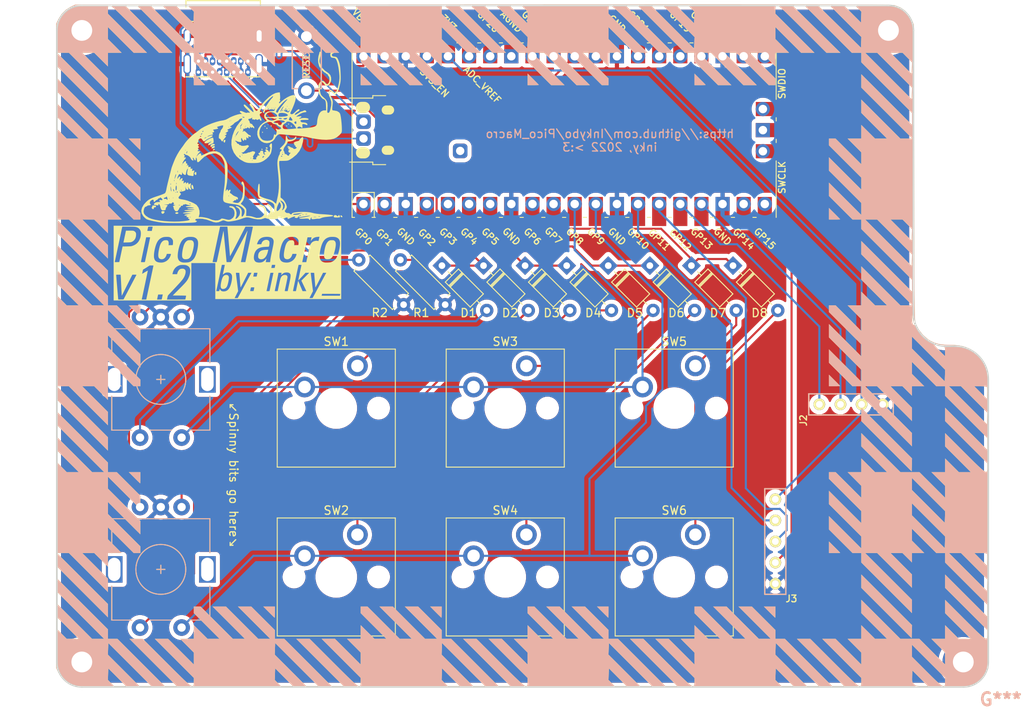
<source format=kicad_pcb>
(kicad_pcb (version 20211014) (generator pcbnew)
  (layers (0 "F.Cu" signal) (31 "B.Cu" signal) (34 "B.Paste" user) (35 "F.Paste" user) (36 "B.SilkS" user "B.Silkscreen") (37 "F.SilkS" user "F.Silkscreen") (38 "B.Mask" user) (39 "F.Mask" user) (44 "Edge.Cuts" user))
  (net 0 "")
  (net 1 "Col_1")
  (net 2 "Net-(D1-Pad2)")
  (net 3 "Net-(D2-Pad2)")
  (net 4 "Col_2")
  (net 5 "Net-(D3-Pad2)")
  (net 6 "Net-(D4-Pad2)")
  (net 7 "Col_3")
  (net 8 "Net-(D5-Pad2)")
  (net 9 "Net-(D6-Pad2)")
  (net 10 "Col_4")
  (net 11 "Net-(D8-Pad2)")
  (net 12 "Net-(D7-Pad2)")
  (net 13 "GND")
  (net 14 "USBVBUS")
  (net 15 "Net-(J1-PadB5)")
  (net 18 "Net-(J1-PadA5)")
  (net 19 "SDA_1")
  (net 20 "SCL_1")
  (net 21 "3.3V")
  (net 22 "ROT_1_2")
  (net 23 "ROT_1_1")
  (net 24 "Row_1")
  (net 25 "ROT_2_2")
  (net 26 "ROT_2_1")
  (net 27 "Row_2")
  (net 28 "SDA_2")
  (net 29 "SCL_2")
  (net 30 "INT (UNUSED)")
  (net 37 "RESET_BTN")
  (net 48 "/D15")
  (net 50 "USB2_P")
  (net 51 "USB2_N")
  (footprint "Resistor_THT:R_Axial_DIN0207_L6.3mm_D2.5mm_P7.62mm_Horizontal" (layer "F.Cu") (at 137.6941 99 135)
    (fp_text reference "R1" (at 1.335126 -2.723553 180) (layer "F.SilkS"))
    (fp_text value "5.1k")
    (pad "1" thru_hole circle (at 0 0 135) (size 1.6 1.6) (drill 0.8) (layers *.Cu *.Mask) (net 13 "GND"))
    (pad "2" thru_hole oval (at 7.62 0 135) (size 1.6 1.6) (drill 0.8) (layers *.Cu *.Mask) (net 18 "Net-(J1-PadA5)"))
  )
  (footprint "silkscreen:Silkscreen_Back" (layer "F.Cu") (at 204.5 146.5)
    (fp_text reference "G***" (at 0 0) (layer "B.SilkS") (effects (font (size 1.524 1.524) (thickness 0.3))))
    (fp_text value "LOGO" hide)
  )
  (footprint "5pin OLED:OLED_4Pin" (layer "F.Cu") (at 182.69 111)
    (fp_text reference "J2" (at -1.915 1.93 90) (layer "F.SilkS") (effects (font (size 0.8128 0.8128))))
    (fp_text value "OLED" hide)
    (pad "1" thru_hole circle locked (at 0 0) (size 1.397 1.397) (drill 0.8128) (layers *.Cu *.Mask "F.SilkS") (net 19 "SDA_1"))
    (pad "2" thru_hole circle locked (at 2.54 0) (size 1.397 1.397) (drill 0.8128) (layers *.Cu *.Mask "F.SilkS") (net 20 "SCL_1"))
    (pad "3" thru_hole circle locked (at 5.08 0) (size 1.397 1.397) (drill 0.8128) (layers *.Cu *.Mask "F.SilkS") (net 21 "3.3V"))
    (pad "4" thru_hole circle locked (at 7.62 0) (size 1.397 1.397) (drill 0.8128) (layers *.Cu *.Mask "F.SilkS") (net 13 "GND"))
  )
  (footprint "MountingHole:MountingHole_2.5mm_Pad" (layer "F.Cu") (at 200 142)
    (fp_text reference "REF3" hide)
    (fp_text value "2.5mm_Pad")
    (pad "3" thru_hole circle (at 0 0) (size 5 5) (drill 2.5) (layers *.Cu *.Mask))
  )
  (footprint "Diode_THT:D_DO-35_SOD27_P7.62mm_Horizontal" (layer "F.Cu") (at 137.3059 94.3059 -45)
    (fp_text reference "D1" (at 6.284873 1.769087 unlocked) (layer "F.SilkS"))
    (fp_text value "1N4148" hide)
    (pad "1" thru_hole rect (at 0 0 315) (size 1.6 1.6) (drill 0.8) (layers *.Cu *.Mask) (net 1 "Col_1"))
    (pad "2" thru_hole oval (at 7.62 0 315) (size 1.6 1.6) (drill 0.8) (layers *.Cu *.Mask) (net 2 "Net-(D1-Pad2)"))
  )
  (footprint "Switch_Keyboard_Cherry_MX:SW_Cherry_MX_PCB_1.00u" (layer "F.Cu") (at 124.6 111.45)
    (fp_text reference "SW1" (at 0 -8) (layer "F.SilkS"))
    (fp_text value "SW_Push")
    (pad "" np_thru_hole circle locked (at 5.08 0) (size 1.75 1.75) (drill 1.75) (layers *.Cu *.Mask))
    (pad "" np_thru_hole circle locked (at 0 0) (size 4 4) (drill 4) (layers *.Cu *.Mask))
    (pad "" np_thru_hole circle locked (at -5.08 0) (size 1.75 1.75) (drill 1.75) (layers *.Cu *.Mask))
    (pad "1" thru_hole circle locked (at -3.81 -2.54) (size 2.5 2.5) (drill 1.5) (layers *.Cu *.Mask) (net 24 "Row_1"))
    (pad "2" thru_hole circle locked (at 2.54 -5.08) (size 2.5 2.5) (drill 1.5) (layers *.Cu *.Mask) (net 5 "Net-(D3-Pad2)"))
  )
  (footprint "Switch_Keyboard_Cherry_MX:SW_Cherry_MX_PCB_1.00u" (layer "F.Cu") (at 144.92 131.77)
    (fp_text reference "SW4" (at 0 -8) (layer "F.SilkS"))
    (fp_text value "SW_Push")
    (pad "" np_thru_hole circle locked (at 0 0) (size 4 4) (drill 4) (layers *.Cu *.Mask))
    (pad "" np_thru_hole circle locked (at 5.08 0) (size 1.75 1.75) (drill 1.75) (layers *.Cu *.Mask))
    (pad "" np_thru_hole circle locked (at -5.08 0) (size 1.75 1.75) (drill 1.75) (layers *.Cu *.Mask))
    (pad "1" thru_hole circle locked (at -3.81 -2.54) (size 2.5 2.5) (drill 1.5) (layers *.Cu *.Mask) (net 27 "Row_2"))
    (pad "2" thru_hole circle locked (at 2.54 -5.08) (size 2.5 2.5) (drill 1.5) (layers *.Cu *.Mask) (net 9 "Net-(D6-Pad2)"))
  )
  (footprint "Diode_THT:D_DO-35_SOD27_P7.62mm_Horizontal" (layer "F.Cu") (at 157.3059 94.3059 -45)
    (fp_text reference "D5" (at 6.284873 1.769087 unlocked) (layer "F.SilkS"))
    (fp_text value "1N4148" hide)
    (pad "1" thru_hole rect (at 0 0 315) (size 1.6 1.6) (drill 0.8) (layers *.Cu *.Mask) (net 7 "Col_3"))
    (pad "2" thru_hole oval (at 7.62 0 315) (size 1.6 1.6) (drill 0.8) (layers *.Cu *.Mask) (net 8 "Net-(D5-Pad2)"))
  )
  (footprint "MountingHole:MountingHole_2.5mm_Pad" (layer "F.Cu") (at 94 66)
    (fp_text reference "REF1" hide)
    (fp_text value "MountingHole_2.5mm_Pad")
    (pad "1" thru_hole circle (at 0 0) (size 5 5) (drill 2.5) (layers *.Cu *.Mask))
  )
  (footprint "Diode_THT:D_DO-35_SOD27_P7.62mm_Horizontal" (layer "F.Cu") (at 147.3059 94.3059 -45)
    (fp_text reference "D3" (at 6.284873 1.769087 unlocked) (layer "F.SilkS"))
    (fp_text value "1N4148" hide)
    (pad "1" thru_hole rect (at 0 0 315) (size 1.6 1.6) (drill 0.8) (layers *.Cu *.Mask) (net 4 "Col_2"))
    (pad "2" thru_hole oval (at 7.62 0 315) (size 1.6 1.6) (drill 0.8) (layers *.Cu *.Mask) (net 5 "Net-(D3-Pad2)"))
  )
  (footprint "Diode_THT:D_DO-35_SOD27_P7.62mm_Horizontal" (layer "F.Cu") (at 152.3059 94.3059 -45)
    (fp_text reference "D4" (at 6.284873 1.769087 unlocked) (layer "F.SilkS"))
    (fp_text value "1N4148" hide)
    (pad "1" thru_hole rect (at 0 0 315) (size 1.6 1.6) (drill 0.8) (layers *.Cu *.Mask) (net 4 "Col_2"))
    (pad "2" thru_hole oval (at 7.62 0 315) (size 1.6 1.6) (drill 0.8) (layers *.Cu *.Mask) (net 6 "Net-(D4-Pad2)"))
  )
  (footprint "Switch_Keyboard_Cherry_MX:SW_Cherry_MX_PCB_1.00u" (layer "F.Cu") (at 124.6 131.77)
    (fp_text reference "SW2" (at 0 -8) (layer "F.SilkS"))
    (fp_text value "SW_Push")
    (pad "" np_thru_hole circle locked (at 5.08 0) (size 1.75 1.75) (drill 1.75) (layers *.Cu *.Mask))
    (pad "" np_thru_hole circle locked (at -5.08 0) (size 1.75 1.75) (drill 1.75) (layers *.Cu *.Mask))
    (pad "" np_thru_hole circle locked (at 0 0) (size 4 4) (drill 4) (layers *.Cu *.Mask))
    (pad "1" thru_hole circle locked (at -3.81 -2.54) (size 2.5 2.5) (drill 1.5) (layers *.Cu *.Mask) (net 27 "Row_2"))
    (pad "2" thru_hole circle locked (at 2.54 -5.08) (size 2.5 2.5) (drill 1.5) (layers *.Cu *.Mask) (net 6 "Net-(D4-Pad2)"))
  )
  (footprint "EM_Extras:RPi_Pico_SMD_TH" (layer "F.Cu") (at 152 78 90)
    (fp_text reference "RPI1" hide)
    (fp_text value "Pico" hide)
    (fp_text user "GP15" (at -13.054 24.13 135) (layer "F.SilkS") (effects (font (size 0.8 0.8))))
    (fp_text user "AGND" (at 13.054 -6.35 135) (layer "F.SilkS") (effects (font (size 0.8 0.8))))
    (fp_text user "GND" (at 12.8 -19.05 135) (layer "F.SilkS") (effects (font (size 0.8 0.8))))
    (fp_text user "RUN" (at 13 1.27 135) (layer "F.SilkS") (effects (font (size 0.8 0.8))))
    (fp_text user "GP6" (at -12.8 -3.81 135) (layer "F.SilkS") (effects (font (size 0.8 0.8))))
    (fp_text user "GP8" (at -12.8 1.27 135) (layer "F.SilkS") (effects (font (size 0.8 0.8))))
    (fp_text user "SWDIO" (at 5.6 26.2 90) (layer "F.SilkS") (effects (font (size 0.8 0.8))))
    (fp_text user "GP28" (at 13.054 -9.144 135) (layer "F.SilkS") (effects (font (size 0.8 0.8))))
    (fp_text user "GND" (at 12.8 6.35 135) (layer "F.SilkS") (effects (font (size 0.8 0.8))))
    (fp_text user "GP27" (at 13.054 -3.8 135) (layer "F.SilkS") (effects (font (size 0.8 0.8))))
    (fp_text user "GP22" (at 13.054 3.81 135) (layer "F.SilkS") (effects (font (size 0.8 0.8))))
    (fp_text user "GP9" (at -12.8 3.81 135) (layer "F.SilkS") (effects (font (size 0.8 0.8))))
    (fp_text user "GP12" (at -13.2 13.97 135) (layer "F.SilkS") (effects (font (size 0.8 0.8))))
    (fp_text user "GP20" (at 13.054 11.43 135) (layer "F.SilkS") (effects (font (size 0.8 0.8))))
    (fp_text user "SWCLK" (at -5.7 26.2 90) (layer "F.SilkS") (effects (font (size 0.8 0.8))))
    (fp_text user "GP3" (at -12.8 -13.97 135) (layer "F.SilkS") (effects (font (size 0.8 0.8))))
    (fp_text user "GP13" (at -13.054 16.51 135) (layer "F.SilkS") (effects (font (size 0.8 0.8))))
    (fp_text user "VSYS" (at 13.2 -21.59 135) (layer "F.SilkS") (effects (font (size 0.8 0.8))))
    (fp_text user "GP17" (at 13.054 21.59 135) (layer "F.SilkS") (effects (font (size 0.8 0.8))))
    (fp_text user "GND" (at -12.8 -19.05 135) (layer "F.SilkS") (effects (font (size 0.8 0.8))))
    (fp_text user "GND" (at -12.8 6.35 135) (layer "F.SilkS") (effects (font (size 0.8 0.8))))
    (fp_text user "GP21" (at 13.054 8.9 135) (layer "F.SilkS") (effects (font (size 0.8 0.8))))
    (fp_text user "GP1" (at -12.9 -21.6 135) (layer "F.SilkS") (effects (font (size 0.8 0.8))))
    (fp_text user "GP26" (at 13.054 -1.27 135) (layer "F.SilkS") (effects (font (size 0.8 0.8))))
    (fp_text user "GP18" (at 13.054 16.51 135) (layer "F.SilkS") (effects (font (size 0.8 0.8))))
    (fp_text user "GND" (at -12.8 -6.35 135) (layer "F.SilkS") (effects (font (size 0.8 0.8))))
    (fp_text user "GP11" (at -13.2 11.43 135) (layer "F.SilkS") (effects (font (size 0.8 0.8))))
    (fp_text user "GP14" (at -13.1 21.59 135) (layer "F.SilkS") (effects (font (size 0.8 0.8))))
    (fp_text user "GP16" (at 13.054 24.13 135) (layer "F.SilkS") (effects (font (size 0.8 0.8))))
    (fp_text user "GND" (at 12.8 19.05 135) (layer "F.SilkS") (effects (font (size 0.8 0.8))))
    (fp_text user "3V3" (at 12.9 -13.9 135) (layer "F.SilkS") (effects (font (size 0.8 0.8))))
    (fp_text user "GP10" (at -13.054 8.89 135) (layer "F.SilkS") (effects (font (size 0.8 0.8))))
    (fp_text user "GP7" (at -12.7 -1.3 135) (layer "F.SilkS") (effects (font (size 0.8 0.8))))
    (fp_text user "GP0" (at -12.8 -24.13 135) (layer "F.SilkS") (effects (font (size 0.8 0.8))))
    (fp_text user "GP5" (at -12.8 -8.89 135) (layer "F.SilkS") (effects (font (size 0.8 0.8))))
    (fp_text user "ADC_VREF" (at 5.45 -9.85 135) (layer "F.SilkS") (effects (font (size 0.8 0.8))))
    (fp_text user "GP19" (at 13.054 13.97 135) (layer "F.SilkS") (effects (font (size 0.8 0.8))))
    (fp_text user "GND" (at -12.8 19.05 135) (layer "F.SilkS") (effects (font (size 0.8 0.8))))
    (fp_text user "GP2" (at -12.9 -16.51 135) (layer "F.SilkS") (effects (font (size 0.8 0.8))))
    (fp_text user "3V3_EN" (at 5.7 -15.6 135) (layer "F.SilkS") (effects (font (size 0.8 0.8))))
    (fp_text user "VBUS" (at 13.3 -24.2 135) (layer "F.SilkS") (effects (font (size 0.8 0.8))))
    (fp_text user "GP4" (at -12.8 -11.43 135) (layer "F.SilkS") (effects (font (size 0.8 0.8))))
    (pad "" smd oval (at 2.42 -21.19) (size 1.5 1.1) (layers "F.SilkS"))
    (pad "" smd oval (at 2.73 -24.19) (size 1.7 1.35) (layers "F.SilkS"))
    (pad "" smd oval (at -2.73 -24.19) (size 1.7 1.35) (layers "F.SilkS"))
    (pad "" smd oval (at -2.42 -21.19) (size 1.5 1.1) (layers "F.SilkS"))
    (pad "1" thru_hole oval (at -8.89 -24.13 90) (size 1.7 1.7) (drill 1.02) (layers *.Cu *.Mask) (net 26 "ROT_2_1"))
    (pad "1" smd rect (at -8.89 -24.13 90) (size 3.5 1.7) (drill (offset -0.9 0)) (layers "F.Cu" "F.Mask") (net 26 "ROT_2_1"))
    (pad "2" smd rect (at -8.89 -21.59 90) (size 3.5 1.7) (drill (offset -0.9 0)) (layers "F.Cu" "F.Mask") (net 23 "ROT_1_1"))
    (pad "2" thru_hole oval (at -8.89 -21.59 90) (size 1.7 1.7) (drill 1.02) (layers *.Cu *.Mask) (net 23 "ROT_1_1"))
    (pad "3" thru_hole rect (at -8.89 -19.05 90) (size 1.7 1.7) (drill 1.02) (layers *.Cu *.Mask) (net 13 "GND"))
    (pad "3" smd rect (at -8.89 -19.05 90) (size 3.5 1.7) (drill (offset -0.9 0)) (layers "F.Cu" "F.Mask") (net 13 "GND"))
    (pad "4" smd rect (at -8.89 -16.51 90) (size 3.5 1.7) (drill (offset -0.9 0)) (layers "F.Cu" "F.Mask") (net 22 "ROT_1_2"))
    (pad "4" thru_hole oval (at -8.89 -16.51 90) (size 1.7 1.7) (drill 1.02) (layers *.Cu *.Mask) (net 22 "ROT_1_2"))
    (pad "5" thru_hole oval (at -8.89 -13.97 90) (size 1.7 1.7) (drill 1.02) (layers *.Cu *.Mask) (net 25 "ROT_2_2"))
    (pad "5" smd rect (at -8.89 -13.97 90) (size 3.5 1.7) (drill (offset -0.9 0)) (layers "F.Cu" "F.Mask") (net 25 "ROT_2_2"))
    (pad "6" smd rect (at -8.89 -11.43 90) (size 3.5 1.7) (drill (offset -0.9 0)) (layers "F.Cu" "F.Mask") (net 1 "Col_1"))
    (pad "6" thru_hole oval (at -8.89 -11.43 90) (size 1.7 1.7) (drill 1.02) (layers *.Cu *.Mask) (net 1 "Col_1"))
    (pad "7" thru_hole oval (at -8.89 -8.89 90) (size 1.7 1.7) (drill 1.02) (layers *.Cu *.Mask) (net 4 "Col_2"))
    (pad "7" smd rect (at -8.89 -8.89 90) (size 3.5 1.7) (drill (offset -0.9 0)) (layers "F.Cu" "F.Mask") (net 4 "Col_2"))
    (pad "8" thru_hole rect (at -8.89 -6.35 90) (size 1.7 1.7) (drill 1.02) (layers *.Cu *.Mask) (net 13 "GND"))
    (pad "8" smd rect (at -8.89 -6.35 90) (size 3.5 1.7) (drill (offset -0.9 0)) (layers "F.Cu" "F.Mask") (net 13 "GND"))
    (pad "9" thru_hole oval (at -8.89 -3.81 90) (size 1.7 1.7) (drill 1.02) (layers *.Cu *.Mask) (net 7 "Col_3"))
    (pad "9" smd rect (at -8.89 -3.81 90) (size 3.5 1.7) (drill (offset -0.9 0)) (layers "F.Cu" "F.Mask") (net 7 "Col_3"))
    (pad "10" smd rect (at -8.89 -1.27 90) (size 3.5 1.7) (drill (offset -0.9 0)) (layers "F.Cu" "F.Mask") (net 10 "Col_4"))
    (pad "10" thru_hole oval (at -8.89 -1.27 90) (size 1.7 1.7) (drill 1.02) (layers *.Cu *.Mask) (net 10 "Col_4"))
    (pad "11" smd rect (at -8.89 1.27 90) (size 3.5 1.7) (drill (offset -0.9 0)) (layers "F.Cu" "F.Mask") (net 24 "Row_1"))
    (pad "11" thru_hole oval (at -8.89 1.27 90) (size 1.7 1.7) (drill 1.02) (layers *.Cu *.Mask) (net 24 "Row_1"))
    (pad "12" smd rect (at -8.89 3.81 90) (size 3.5 1.7) (drill (offset -0.9 0)) (layers "F.Cu" "F.Mask") (net 27 "Row_2"))
    (pad "12" thru_hole oval (at -8.89 3.81 90) (size 1.7 1.7) (drill 1.02) (layers *.Cu *.Mask) (net 27 "Row_2"))
    (pad "13" smd rect (at -8.89 6.35 90) (size 3.5 1.7) (drill (offset -0.9 0)) (layers "F.Cu" "F.Mask") (net 13 "GND"))
    (pad "13" thru_hole rect (at -8.89 6.35 90) (size 1.7 1.7) (drill 1.02) (layers *.Cu *.Mask) (net 13 "GND"))
    (pad "14" smd rect (at -8.89 8.89 90) (size 3.5 1.7) (drill (offset -0.9 0)) (layers "F.Cu" "F.Mask") (net 28 "SDA_2"))
    (pad "14" thru_hole oval (at -8.89 8.89 90) (size 1.7 1.7) (drill 1.02) (layers *.Cu *.Mask) (net 28 "SDA_2"))
    (pad "15" thru_hole oval (at -8.89 11.43 90) (size 1.7 1.7) (drill 1.02) (layers *.Cu *.Mask) (net 29 "SCL_2"))
    (pad "15" smd rect (at -8.89 11.43 90) (size 3.5 1.7) (drill (offset -0.9 0)) (layers "F.Cu" "F.Mask") (net 29 "SCL_2"))
    (pad "16" smd rect (at -8.89 13.97 90) (size 3.5 1.7) (drill (offset -0.9 0)) (layers "F.Cu" "F.Mask") (net 19 "SDA_1"))
    (pad "16" thru_hole oval (at -8.89 13.97 90) (size 1.7 1.7) (drill 1.02) (layers *.Cu *.Mask) (net 19 "SDA_1"))
    (pad "17" smd rect (at -8.89 16.51 90) (size 3.5 1.7) (drill (offset -0.9 0)) (layers "F.Cu" "F.Mask") (net 20 "SCL_1"))
    (pad "17" thru_hole oval (at -8.89 16.51 90) (size 1.7 1.7) (drill 1.02) (layers *.Cu *.Mask) (net 20 "SCL_1"))
    (pad "18" smd rect (at -8.89 19.05 90) (size 3.5 1.7) (drill (offset -0.9 0)) (layers "F.Cu" "F.Mask") (net 13 "GND"))
    (pad "18" thru_hole rect (at -8.89 19.05 90) (size 1.7 1.7) (drill 1.02) (layers *.Cu *.Mask) (net 13 "GND"))
    (pad "19" smd rect (at -8.89 21.59 90) (size 3.5 1.7) (drill (offset -0.9 0)) (layers "F.Cu" "F.Mask") (net 30 "INT (UNUSED)"))
    (pad "19" thru_hole oval (at -8.89 21.59 90) (size 1.7 1.7) (drill 1.02) (layers *.Cu *.Mask) (net 30 "INT (UNUSED)"))
    (pad "20" thru_hole oval (at -8.89 24.13 90) (size 1.7 1.7) (drill 1.02) (layers *.Cu *.Mask) (net 48 "/D15"))
    (pad "20" smd rect (at -8.89 24.13 90) (size 3.5 1.7) (drill (offset -0.9 0)) (layers "F.Cu" "F.Mask") (net 48 "/D15"))
    (pad "21" smd rect (at 8.89 24.13 90) (size 3.5 1.7) (drill (offset 0.9 0)) (layers "F.Cu" "F.Mask"))
    (pad "21" thru_hole oval (at 8.89 24.13 90) (size 1.7 1.7) (drill 1.02) (layers *.Cu *.Mask))
    (pad "22" smd rect (at 8.89 21.59 90) (size 3.5 1.7) (drill (offset 0.9 0)) (layers "F.Cu" "F.Mask"))
    (pad "22" thru_hole oval (at 8.89 21.59 90) (size 1.7 1.7) (drill 1.02) (layers *.Cu *.Mask))
    (pad "23" smd rect (at 8.89 19.05 90) (size 3.5 1.7) (drill (offset 0.9 0)) (layers "F.Cu" "F.Mask") (net 13 "GND"))
    (pad "23" thru_hole rect (at 8.89 19.05 90) (size 1.7 1.7) (drill 1.02) (layers *.Cu *.Mask) (net 13 "GND"))
    (pad "24" thru_hole oval (at 8.89 16.51 90) (size 1.7 1.7) (drill 1.02) (layers *.Cu *.Mask))
    (pad "24" smd rect (at 8.89 16.51 90) (size 3.5 1.7) (drill (offset 0.9 0)) (layers "F.Cu" "F.Mask"))
    (pad "25" smd rect (at 8.89 13.97 90) (size 3.5 1.7) (drill (offset 0.9 0)) (layers "F.Cu" "F.Mask"))
    (pad "25" thru_hole oval (at 8.89 13.97 90) (size 1.7 1.7) (drill 1.02) (layers *.Cu *.Mask))
    (pad "26" smd rect (at 8.89 11.43 90) (size 3.5 1.7) (drill (offset 0.9 0)) (layers "F.Cu" "F.Mask"))
    (pad "26" thru_hole oval (at 8.89 11.43 90) (size 1.7 1.7) (drill 1.02) (layers *.Cu *.Mask))
    (pad "27" smd rect (at 8.89 8.89 90) (size 3.5 1.7) (drill (offset 0.9 0)) (layers "F.Cu" "F.Mask"))
    (pad "27" thru_hole oval (at 8.89 8.89 90) (size 1.7 1.7) (drill 1.02) (layers *.Cu *.Mask))
    (pad "28" thru_hole rect (at 8.89 6.35 90) (size 1.7 1.7) (drill 1.02) (layers *.Cu *.Mask) (net 13 "GND"))
    (pad "28" smd rect (at 8.89 6.35 90) (size 3.5 1.7) (drill (offset 0.9 0)) (layers "F.Cu" "F.Mask") (net 13 "GND"))
    (pad "29" thru_hole oval (at 8.89 3.81 90) (size 1.7 1.7) (drill 1.02) (layers *.Cu *.Mask))
    (pad "29" smd rect (at 8.89 3.81 90) (size 3.5 1.7) (drill (offset 0.9 0)) (layers "F.Cu" "F.Mask"))
    (pad "30" thru_hole oval (at 8.89 1.27 90) (size 1.7 1.7) (drill 1.02) (layers *.Cu *.Mask) (net 37 "RESET_BTN"))
    (pad "30" smd rect (at 8.89 1.27 90) (size 3.5 1.7) (drill (offset 0.9 0)) (layers "F.Cu" "F.Mask") (net 37 "RESET_BTN"))
    (pad "31" thru_hole oval (at 8.89 -1.27 90) (size 1.7 1.7) (drill 1.02) (layers *.Cu *.Mask))
    (pad "31" smd rect (at 8.89 -1.27 90) (size 3.5 1.7) (drill (offset 0.9 0)) (layers "F.Cu" "F.Mask"))
    (pad "32" smd rect (at 8.89 -3.81 90) (size 3.5 1.7) (drill (offset 0.9 0)) (layers "F.Cu" "F.Mask"))
    (pad "32" thru_hole oval (at 8.89 -3.81 90) (size 1.7 1.7) (drill 1.02) (layers *.Cu *.Mask))
    (pad "33" smd rect (at 8.89 -6.35 90) (size 3.5 1.7) (drill (offset 0.9 0)) (layers "F.Cu" "F.Mask"))
    (pad "33" thru_hole rect (at 8.89 -6.35 90) (size 1.7 1.7) (drill 1.02) (layers *.Cu *.Mask))
    (pad "34" smd rect (at 8.89 -8.89 90) (size 3.5 1.7) (drill (offset 0.9 0)) (layers "F.Cu" "F.Mask"))
    (pad "34" thru_hole oval (at 8.89 -8.89 90) (size 1.7 1.7) (drill 1.02) (layers *.Cu *.Mask))
    (pad "35" smd rect (at 8.89 -11.43 90) (size 3.5 1.7) (drill (offset 0.9 0)) (layers "F.Cu" "F.Mask"))
    (pad "35" thru_hole oval (at 8.89 -11.43 90) (size 1.7 1.7) (drill 1.02) (layers *.Cu *.Mask))
    (pad "36" thru_hole oval (at 8.89 -13.97 90) (size 1.7 1.7) (drill 1.02) (layers *.Cu *.Mask) (net 21 "3.3V"))
    (pad "36" smd rect (at 8.89 -13.97 90) (size 3.5 1.7) (drill (offset 0.9 0)) (layers "F.Cu" "F.Mask") (net 21 "3.3V"))
    (pad "37" thru_hole oval (at 8.89 -16.51 90) (size 1.7 1.7) (drill 1.02) (layers *.Cu *.Mask))
    (pad "37" smd rect (at 8.89 -16.51 90) (size 3.5 1.7) (drill (offset 0.9 0)) (layers "F.Cu" "F.Mask"))
    (pad "38" thru_hole rect (at 8.89 -19.05 90) (size 1.7 1.7) (drill 1.02) (layers *.Cu *.Mask) (net 13 "GND"))
    (pad "38" smd rect (at 8.89 -19.05 90) (size 3.5 1.7) (drill (offset 0.9 0)) (layers "F.Cu" "F.Mask") (net 13 "GND"))
    (pad "39" thru_hole oval (at 8.89 -21.59 90) (size 1.7 1.7) (drill 1.02) (layers *.Cu *.Mask))
    (pad "39" smd rect (at 8.89 -21.59 90) (size 3.5 1.7) (drill (offset 0.9 0)) (layers "F.Cu" "F.Mask"))
    (pad "40" smd rect (at 8.89 -24.13 90) (size 3.5 1.7) (drill (offset 0.9 0)) (layers "F.Cu" "F.Mask") (net 14 "USBVBUS"))
    (pad "40" thru_hole oval (at 8.89 -24.13 90) (size 1.7 1.7) (drill 1.02) (layers *.Cu *.Mask) (net 14 "USBVBUS"))
    (pad "41" thru_hole oval (at -2.54 23.9 90) (size 1.7 1.7) (drill 1.02) (layers *.Cu *.Mask))
    (pad "41" smd rect (at -2.54 23.9 180) (size 3.5 1.7) (drill (offset -0.9 0)) (layers "F.Cu" "F.Mask"))
    (pad "42" smd rect (at 0 23.9 180) (size 3.5 1.7) (drill (offset -0.9 0)) (layers "F.Cu" "F.Mask"))
    (pad "42" thru_hole rect (at 0 23.9 90) (size 1.7 1.7) (drill 1.02) (layers *.Cu *.Mask))
    (pad "43" thru_hole oval (at 2.54 23.9 90) (size 1.7 1.7) (drill 1.02) (layers *.Cu *.Mask))
    (pad "43" smd rect (at 2.54 23.9 180) (size 3.5 1.7) (drill (offset -0.9 0)) (layers "F.Cu" "F.Mask"))
    (pad "TP2" thru_hole roundrect (at 1.016 -24.125 90) (size 1.75 1.75) (drill 1) (layers *.Cu *.Mask) (net 51 "USB2_N"))
    (pad "TP3" thru_hole roundrect (at -1.016 -24.125 90) (size 1.75 1.75) (drill 1) (layers *.Cu *.Mask) (net 50 "USB2_P"))
    (pad "TP6" thru_hole roundrect (at -2.5 -12.5 90) (size 1.75 1.75) (drill 1) (layers *.Cu *.Mask))
  )
  (footprint "Diode_THT:D_DO-35_SOD27_P7.62mm_Horizontal" (layer "F.Cu") (at 167.3059 94.3059 -45)
    (fp_text reference "D7" (at 6.284873 1.769087 unlocked) (layer "F.SilkS"))
    (fp_text value "1N4148" hide)
    (pad "1" thru_hole rect (at 0 0 315) (size 1.6 1.6) (drill 0.8) (layers *.Cu *.Mask) (net 10 "Col_4"))
    (pad "2" thru_hole oval (at 7.62 0 315) (size 1.6 1.6) (drill 0.8) (layers *.Cu *.Mask) (net 12 "Net-(D7-Pad2)"))
  )
  (footprint "tact_switch:TACT_SWITCH_TVBP06" (layer "F.Cu") (at 121 70 -90)
    (fp_text reference "SW-RST1" hide)
    (fp_text value "EVQ" hide)
    (fp_text user "RESET" (at 0 0 -90) (layer "B.SilkS") (effects (font (size 0.8 0.8)) (justify mirror)))
    (fp_text user "RESET" (at 0 0 -270) (layer "F.SilkS") (effects (font (size 0.8 0.8))))
    (pad "1" thru_hole circle locked (at -3.25 0 270) (size 2 2) (drill 1.3) (layers *.Cu *.Mask) (net 13 "GND"))
    (pad "2" thru_hole circle locked (at 3.25 0 270) (size 2 2) (drill 1.3) (layers *.Cu *.Mask) (net 37 "RESET_BTN"))
  )
  (footprint "USB-C-Connector:USB_C_GCT_USB4085" (layer "F.Cu") (at 111 64.925 180)
    (fp_text reference "J1" (at -0.017498 1.13737 180) (layer "F.SilkS"))
    (fp_text value "USB_C_Receptacle_USB2.0")
    (pad "A1" thru_hole oval locked (at -2.975 -6.1 180) (size 0.65 1) (drill 0.4) (layers *.Cu *.Mask) (net 13 "GND"))
    (pad "A4" thru_hole oval locked (at -2.125 -6.1 180) (size 0.65 1) (drill 0.4) (layers *.Cu *.Mask) (net 14 "USBVBUS"))
    (pad "A5" thru_hole oval locked (at -1.275 -6.1 180) (size 0.65 1) (drill 0.4) (layers *.Cu *.Mask) (net 18 "Net-(J1-PadA5)"))
    (pad "A6" thru_hole oval locked (at -0.425 -6.1 180) (size 0.65 1) (drill 0.4) (layers *.Cu *.Mask) (net 50 "USB2_P"))
    (pad "A7" thru_hole oval locked (at 0.425 -6.1 180) (size 0.65 1) (drill 0.4) (layers *.Cu *.Mask) (net 51 "USB2_N"))
    (pad "A8" thru_hole oval locked (at 1.275 -6.1 180) (size 0.65 1) (drill 0.4) (layers *.Cu *.Mask))
    (pad "A9" thru_hole oval locked (at 2.125 -6.1 180) (size 0.65 1) (drill 0.4) (layers *.Cu *.Mask) (net 14 "USBVBUS"))
    (pad "A12" thru_hole oval locked (at 2.975 -6.1 180) (size 0.65 1) (drill 0.4) (layers *.Cu *.Mask) (net 13 "GND"))
    (pad "B1" thru_hole oval locked (at 2.98 -4.775 180) (size 0.65 1) (drill 0.4) (layers *.Cu *.Mask) (net 13 "GND"))
    (pad "B4" thru_hole oval locked (at 2.13 -4.775 180) (size 0.65 1) (drill 0.4) (layers *.Cu *.Mask) (net 14 "USBVBUS"))
    (pad "B5" thru_hole oval locked (at 1.28 -4.775 180) (size 0.65 1) (drill 0.4) (layers *.Cu *.Mask) (net 15 "Net-(J1-PadB5)"))
    (pad "B6" thru_hole oval locked (at 0.43 -4.775 180) (size 0.65 1) (drill 0.4) (layers *.Cu *.Mask) (net 50 "USB2_P"))
    (pad "B7" thru_hole oval locked (at -0.42 -4.775 180) (size 0.65 1) (drill 0.4) (layers *.Cu *.Mask) (net 51 "USB2_N"))
    (pad "B8" thru_hole oval locked (at -1.27 -4.775 180) (size 0.65 1) (drill 0.4) (layers *.Cu *.Mask))
    (pad "B9" thru_hole oval locked (at -2.12 -4.775 180) (size 0.65 1) (drill 0.4) (layers *.Cu *.Mask) (net 14 "USBVBUS"))
    (pad "B12" thru_hole oval locked (at -2.975 -4.775 180) (size 0.65 1) (drill 0.4) (layers *.Cu *.Mask) (net 13 "GND"))
    (pad "S1" thru_hole oval locked (at -4.325 -1.74 180) (size 0.9 1.7) (drill oval 0.6 1.4) (layers *.Cu *.Mask) (net 13 "GND"))
    (pad "S1" thru_hole oval locked (at 4.325 -5.12 180) (size 0.9 2.4) (drill oval 0.6 2.1) (layers *.Cu *.Mask) (net 13 "GND"))
    (pad "S1" thru_hole oval locked (at -4.325 -5.12 180) (size 0.9 2.4) (drill oval 0.6 2.1) (layers *.Cu *.Mask) (net 13 "GND"))
    (pad "S1" thru_hole oval locked (at 4.325 -1.74 180) (size 0.9 1.7) (drill oval 0.6 1.4) (layers *.Cu *.Mask) (net 13 "GND"))
  )
  (footprint "Diode_THT:D_DO-35_SOD27_P7.62mm_Horizontal" (layer "F.Cu") (at 142.3059 94.3059 -45)
    (fp_text reference "D2" (at 6.284873 1.769087 unlocked) (layer "F.SilkS"))
    (fp_text value "1N4148" hide)
    (pad "1" thru_hole rect (at 0 0 315) (size 1.6 1.6) (drill 0.8) (layers *.Cu *.Mask) (net 1 "Col_1"))
    (pad "2" thru_hole oval (at 7.62 0 315) (size 1.6 1.6) (drill 0.8) (layers *.Cu *.Mask) (net 3 "Net-(D2-Pad2)"))
  )
  (footprint "alps_encoder:RotaryEncoder_Alps_EC11E-Switch_Vertical_H20mm-keebio_modified" (layer "F.Cu") (at 103.5 130.86 -90)
    (fp_text reference "Rotary_encoder2" hide)
    (fp_text value "EC11E15204A3")
    (pad "A" thru_hole circle locked (at -7.5 -2.5 270) (size 2 2) (drill 1) (layers *.Cu *.Mask) (net 25 "ROT_2_2"))
    (pad "B" thru_hole circle locked (at -7.5 2.5 270) (size 2 2) (drill 1) (layers *.Cu *.Mask) (net 26 "ROT_2_1"))
    (pad "C" thru_hole circle locked (at -7.5 0 270) (size 2 2) (drill 1) (layers *.Cu *.Mask) (net 13 "GND"))
    (pad "MP" thru_hole rect locked (at 0 -5.6 270) (size 3.2 2) (drill oval 2.8 1.5) (layers *.Cu *.Mask))
    (pad "MP" thru_hole rect locked (at 0 5.6 270) (size 3.2 2) (drill oval 2.8 1.5) (layers *.Cu *.Mask))
    (pad "S1" thru_hole circle locked (at 7 2.5 270) (size 2 2) (drill 1) (layers *.Cu *.Mask) (net 3 "Net-(D2-Pad2)"))
    (pad "S2" thru_hole circle locked (at 7 -2.5 270) (size 2 2) (drill 1) (layers *.Cu *.Mask) (net 27 "Row_2"))
  )
  (footprint "Resistor_THT:R_Axial_DIN0207_L6.3mm_D2.5mm_P7.62mm_Horizontal" (layer "F.Cu") (at 132.6941 99 135)
    (fp_text reference "R2" (at 1.335126 -2.723553 180) (layer "F.SilkS"))
    (fp_text value "5.1k")
    (pad "1" thru_hole circle (at 0 0 135) (size 1.6 1.6) (drill 0.8) (layers *.Cu *.Mask) (net 13 "GND"))
    (pad "2" thru_hole oval (at 7.62 0 135) (size 1.6 1.6) (drill 0.8) (layers *.Cu *.Mask) (net 15 "Net-(J1-PadB5)"))
  )
  (footprint "silkscreen:Silkscreen_front" (layer "F.Cu") (at 204.5 146.5)
    (fp_text reference "G***" (at 0 0) (layer "F.SilkS") (effects (font (size 1.524 1.524) (thickness 0.3))))
    (fp_text value "LOGO" hide)
  )
  (footprint "Switch_Keyboard_Cherry_MX:SW_Cherry_MX_PCB_1.00u" (layer "F.Cu") (at 144.92 111.45)
    (fp_text reference "SW3" (at 0 -8) (layer "F.SilkS"))
    (fp_text value "SW_Push")
    (pad "" np_thru_hole circle locked (at 5.08 0) (size 1.75 1.75) (drill 1.75) (layers *.Cu *.Mask))
    (pad "" np_thru_hole circle locked (at 0 0) (size 4 4) (drill 4) (layers *.Cu *.Mask))
    (pad "" np_thru_hole circle locked (at -5.08 0) (size 1.75 1.75) (drill 1.75) (layers *.Cu *.Mask))
    (pad "1" thru_hole circle locked (at -3.81 -2.54) (size 2.5 2.5) (drill 1.5) (layers *.Cu *.Mask) (net 24 "Row_1"))
    (pad "2" thru_hole circle locked (at 2.54 -5.08) (size 2.5 2.5) (drill 1.5) (layers *.Cu *.Mask) (net 8 "Net-(D5-Pad2)"))
  )
  (footprint "MountingHole:MountingHole_2.5mm_Pad" (layer "F.Cu") (at 94 142)
    (fp_text reference "REF4" hide)
    (fp_text value "MountingHole_2.5mm_Pad")
    (pad "4" thru_hole circle (at 0 0) (size 5 5) (drill 2.5) (layers *.Cu *.Mask))
  )
  (footprint "Switch_Keyboard_Cherry_MX:SW_Cherry_MX_PCB_1.00u" (layer "F.Cu") (at 165.24 111.45)
    (fp_text reference "SW5" (at 0 -8) (layer "F.SilkS"))
    (fp_text value "SW_Push")
    (pad "" np_thru_hole circle locked (at -5.08 0) (size 1.75 1.75) (drill 1.75) (layers *.Cu *.Mask))
    (pad "" np_thru_hole circle locked (at 5.08 0) (size 1.75 1.75) (drill 1.75) (layers *.Cu *.Mask))
    (pad "" np_thru_hole circle locked (at 0 0) (size 4 4) (drill 4) (layers *.Cu *.Mask))
    (pad "1" thru_hole circle locked (at -3.81 -2.54) (size 2.5 2.5) (drill 1.5) (layers *.Cu *.Mask) (net 24 "Row_1"))
    (pad "2" thru_hole circle locked (at 2.54 -5.08) (size 2.5 2.5) (drill 1.5) (layers *.Cu *.Mask) (net 12 "Net-(D7-Pad2)"))
  )
  (footprint "MountingHole:MountingHole_2.5mm_Pad" (layer "F.Cu") (at 191 66)
    (fp_text reference "REF2" hide)
    (fp_text value "MountingHole_2.5mm_Pad")
    (pad "2" thru_hole circle (at 0 0) (size 5 5) (drill 2.5) (layers *.Cu *.Mask))
  )
  (footprint "5pin OLED:OLED_5Pin" (layer "F.Cu") (at 177.4 130.04 90)
    (fp_text reference "J3" (at -4.35 1.93 180) (layer "F.SilkS") (effects (font (size 0.8128 0.8128))))
    (fp_text value "TRACKBALL" hide)
    (pad "1" thru_hole circle (at -2.54 0 90) (size 1.397 1.397) (drill 0.8128) (layers *.Cu *.Mask "F.SilkS") (net 13 "GND"))
    (pad "2" thru_hole circle (at 0 0 90) (size 1.397 1.397) (drill 0.8128) (layers *.Cu *.Mask "F.SilkS") (net 30 "INT (UNUSED)"))
    (pad "3" thru_hole circle (at 2.54 0 90) (size 1.397 1.397) (drill 0.8128) (layers *.Cu *.Mask "F.SilkS") (net 29 "SCL_2"))
    (pad "4" thru_hole circle (at 5.08 0 90) (size 1.397 1.397) (drill 0.8128) (layers *.Cu *.Mask "F.SilkS") (net 28 "SDA_2"))
    (pad "5" thru_hole circle (at 7.62 0 90) (size 1.397 1.397) (drill 0.8128) (layers *.Cu *.Mask "F.SilkS") (net 21 "3.3V"))
  )
  (footprint "LOGO" (layer "F.Cu") (at 113.249989 79.499993)
    (fp_text reference "G***" hide)
    (fp_text value "LOGO" hide)
  )
  (footprint "Diode_THT:D_DO-35_SOD27_P7.62mm_Horizontal" (layer "F.Cu") (at 162.3059 94.3059 -45)
    (fp_text reference "D6" (at 6.284873 1.769087 unlocked) (layer "F.SilkS"))
    (fp_text value "1N4148" hide)
    (pad "1" thru_hole rect (at 0 0 315) (size 1.6 1.6) (drill 0.8) (layers *.Cu *.Mask) (net 7 "Col_3"))
    (pad "2" thru_hole oval (at 7.62 0 315) (size 1.6 1.6) (drill 0.8) (layers *.Cu *.Mask) (net 9 "Net-(D6-Pad2)"))
  )
  (footprint "Switch_Keyboard_Cherry_MX:SW_Cherry_MX_PCB_1.00u" (layer "F.Cu") (at 165.24 131.77)
    (fp_text reference "SW6" (at 0 -8) (layer "F.SilkS"))
    (fp_text value "SW_Push")
    (pad "" np_thru_hole circle locked (at 5.08 0) (size 1.75 1.75) (drill 1.75) (layers *.Cu *.Mask))
    (pad "" np_thru_hole circle locked (at -5.08 0) (size 1.75 1.75) (drill 1.75) (layers *.Cu *.Mask))
    (pad "" np_thru_hole circle locked (at 0 0) (size 4 4) (drill 4) (layers *.Cu *.Mask))
    (pad "1" thru_hole circle locked (at -3.81 -2.54) (size 2.5 2.5) (drill 1.5) (layers *.Cu *.Mask) (net 27 "Row_2"))
    (pad "2" thru_hole circle locked (at 2.54 -5.08) (size 2.5 2.5) (drill 1.5) (layers *.Cu *.Mask) (net 11 "Net-(D8-Pad2)"))
  )
  (footprint "Diode_THT:D_DO-35_SOD27_P7.62mm_Horizontal" (layer "F.Cu") (at 172.3059 94.3059 -45)
    (fp_text reference "D8" (at 6.284873 1.769087 unlocked) (layer "F.SilkS"))
    (fp_text value "1N4148")
    (pad "1" thru_hole rect (at 0 0 315) (size 1.6 1.6) (drill 0.8) (layers *.Cu *.Mask) (net 10 "Col_4"))
    (pad "2" thru_hole oval (at 7.62 0 315) (size 1.6 1.6) (drill 0.8) (layers *.Cu *.Mask) (net 11 "Net-(D8-Pad2)"))
  )
  (footprint "LOGO" (layer "F.Cu") (at 111.5 94)
    (fp_text reference "G***" hide)
    (fp_text value "LOGO" hide)
  )
  (footprint "alps_encoder:RotaryEncoder_Alps_EC11E-Switch_Vertical_H20mm-keebio_modified" (layer "F.Cu") (at 103.5 108 -90)
    (fp_text reference "Rotary_encoder1" hide)
    (fp_text value "EC11E15204A3")
    (pad "A" thru_hole circle locked (at -7.5 -2.5 270) (size 2 2) (drill 1) (layers *.Cu *.Mask) (net 22 "ROT_1_2"))
    (pad "B" thru_hole circle locked (at -7.5 2.5 270) (size 2 2) (drill 1) (layers *.Cu *.Mask) (net 23 "ROT_1_1"))
    (pad "C" thru_hole circle locked (at -7.5 0 270) (size 2 2) (drill 1) (layers *.Cu *.Mask) (net 13 "GND"))
    (pad "MP" thru_hole rect locked (at 0 -5.6 270) (size 3.2 2) (drill oval 2.8 1.5) (layers *.Cu *.Mask))
    (pad "MP" thru_hole rect locked (at 0 5.6 270) (size 3.2 2) (drill oval 2.8 1.5) (layers *.Cu *.Mask))
    (pad "S1" thru_hole circle locked (at 7 2.5 270) (size 2 2) (drill 1) (layers *.Cu *.Mask) (net 2 "Net-(D1-Pad2)"))
    (pad "S2" thru_hole circle locked (at 7 -2.5 270) (size 2 2) (drill 1) (layers *.Cu *.Mask) (net 24 "Row_1"))
  )
  (gr_line (start 199 104) (end 198 104) (layer "Edge.Cuts") (width 0.2))
  (gr_arc (start 191 62.999999) (mid 193.12132 63.878679) (end 194 65.999999) (layer "Edge.Cuts") (width 0.2))
  (gr_arc (start 199 104) (mid 201.828427 105.171573) (end 203 108) (layer "Edge.Cuts") (width 0.2))
  (gr_line (start 194 100) (end 194 66) (layer "Edge.Cuts") (width 0.2))
  (gr_line (start 94 62.999999) (end 191 62.999999) (layer "Edge.Cuts") (width 0.2))
  (gr_arc (start 198 104) (mid 195.171573 102.828427) (end 194 100) (layer "Edge.Cuts") (width 0.2))
  (gr_line (start 200 145) (end 94 145) (layer "Edge.Cuts") (width 0.2))
  (gr_line (start 203 108) (end 203 142) (layer "Edge.Cuts") (width 0.2))
  (gr_arc (start 203 142) (mid 202.12132 144.12132) (end 200 145) (layer "Edge.Cuts") (width 0.2))
  (gr_arc (start 94 145) (mid 91.87868 144.12132) (end 91 142) (layer "Edge.Cuts") (width 0.2))
  (gr_arc (start 91 65.999999) (mid 91.87868 63.878679) (end 94 62.999999) (layer "Edge.Cuts") (width 0.2))
  (gr_line (start 91 142) (end 91 66) (layer "Edge.Cuts") (width 0.2))
  (gr_text "https://github.com/Inkybo/Pico_Macro\ninky, 2022 >:3" (at 157.5 79.25) (layer "B.SilkS") (effects (font (size 1 1)) (justify mirror)))
  (gr_text "↙︎Spinny bits go here↘︎" (at 112.25 119.5 -90) (layer "F.SilkS") (effects (font (size 1 1))))
  (segment (start 137.306 94.3059) (end 137.3059 94.3059) (width 0.25) (layer "F.Cu") (net 1))
  (segment (start 142.3059 94.3059) (end 142.306 94.3059) (width 0.25) (layer "F.Cu") (net 1))
  (segment (start 142.306 94.3059) (end 140.57 92.57) (width 0.25) (layer "F.Cu") (net 1))
  (segment (start 140.57 92.57) (end 140.57 86.89) (width 0.25) (layer "F.Cu") (net 1))
  (segment (start 137.306 94.3059) (end 142.3059 94.3059) (width 0.25) (layer "F.Cu") (net 1))
  (segment (start 101 115) (end 101 112.851) (width 0.25) (layer "B.Cu") (net 2))
  (segment (start 141.3881 101) (end 142.694 99.6941) (width 0.25) (layer "B.Cu") (net 2))
  (segment (start 101 112.851) (end 112.851 101) (width 0.25) (layer "B.Cu") (net 2))
  (segment (start 142.694 99.6941) (end 142.6941 99.6941) (width 0.25) (layer "B.Cu") (net 2))
  (segment (start 112.851 101) (end 141.3881 101) (width 0.25) (layer "B.Cu") (net 2))
  (segment (start 147.694 99.6941) (end 145.9906 101.3975) (width 0.25) (layer "F.Cu") (net 3))
  (segment (start 107.5 119.973) (end 107.5 131.36) (width 0.25) (layer "F.Cu") (net 3))
  (segment (start 145.9906 101.3975) (end 145.9907 101.3975) (width 0.25) (layer "F.Cu") (net 3))
  (segment (start 124.372 103.101) (end 107.5 119.973) (width 0.25) (layer "F.Cu") (net 3))
  (segment (start 144.287 103.101) (end 124.372 103.101) (width 0.25) (layer "F.Cu") (net 3))
  (segment (start 145.9906 101.3975) (end 144.287 103.101) (width 0.25) (layer "F.Cu") (net 3))
  (segment (start 107.5 131.36) (end 101 137.86) (width 0.25) (layer "F.Cu") (net 3))
  (segment (start 145.9907 101.3975) (end 147.6941 99.6941) (width 0.25) (layer "F.Cu") (net 3))
  (segment (start 143.11 90.11) (end 143.11 86.89) (width 0.25) (layer "F.Cu") (net 4))
  (segment (start 152.3059 94.3059) (end 147.306 94.3059) (width 0.25) (layer "F.Cu") (net 4))
  (segment (start 147.3059 94.3059) (end 147.306 94.3059) (width 0.25) (layer "F.Cu") (net 4))
  (segment (start 152.306 94.3059) (end 152.3059 94.3059) (width 0.25) (layer "F.Cu") (net 4))
  (segment (start 147.306 94.3059) (end 143.11 90.11) (width 0.25) (layer "F.Cu") (net 4))
  (segment (start 127.14 106.37) (end 129.96 103.55) (width 0.25) (layer "F.Cu") (net 5))
  (segment (start 148.838108 103.55) (end 152.694054 99.694054) (width 0.25) (layer "F.Cu") (net 5))
  (segment (start 129.96 103.55) (end 148.838108 103.55) (width 0.25) (layer "F.Cu") (net 5))
  (segment (start 151 104) (end 155.306 99.6941) (width 0.25) (layer "F.Cu") (net 6))
  (segment (start 127.14 126.69) (end 127.14 117.86) (width 0.25) (layer "F.Cu") (net 6))
  (segment (start 141 104) (end 151 104) (width 0.25) (layer "F.Cu") (net 6))
  (segment (start 157.694 99.6941) (end 157.6941 99.6941) (width 0.25) (layer "F.Cu") (net 6))
  (segment (start 127.14 117.86) (end 141 104) (width 0.25) (layer "F.Cu") (net 6))
  (segment (start 155.306 99.6941) (end 157.694 99.6941) (width 0.25) (layer "F.Cu") (net 6))
  (segment (start 157.3059 94.3059) (end 162.3059 94.3059) (width 0.25) (layer "F.Cu") (net 7))
  (segment (start 148.19 88.499) (end 151.691 92) (width 0.25) (layer "F.Cu") (net 7))
  (segment (start 153 92) (end 155.306 94.3059) (width 0.25) (layer "F.Cu") (net 7))
  (segment (start 148.19 86.89) (end 148.19 88.499) (width 0.25) (layer "F.Cu") (net 7))
  (segment (start 155.306 94.3059) (end 157.3059 94.3059) (width 0.25) (layer "F.Cu") (net 7))
  (segment (start 151.691 92) (end 153 92) (width 0.25) (layer "F.Cu") (net 7))
  (segment (start 162.3059 94.3059) (end 162.306 94.3059) (width 0.25) (layer "F.Cu") (net 7))
  (segment (start 147.46 106.37) (end 156.018 106.37) (width 0.25) (layer "F.Cu") (net 8))
  (segment (start 156.018 106.37) (end 162.694 99.6941) (width 0.25) (layer "F.Cu") (net 8))
  (segment (start 162.6941 99.6941) (end 162.694 99.6941) (width 0.25) (layer "F.Cu") (net 8))
  (segment (start 147.46 126.69) (end 147.46 119.928) (width 0.25) (layer "F.Cu") (net 9))
  (segment (start 147.46 119.928) (end 167.694 99.6941) (width 0.25) (layer "F.Cu") (net 9))
  (segment (start 167.6941 99.6941) (end 167.694 99.6941) (width 0.25) (layer "F.Cu") (net 9))
  (segment (start 163.661 89.8653) (end 150.73 89.8653) (width 0.25) (layer "F.Cu") (net 10))
  (segment (start 167.306 94.3059) (end 167.704 93.908) (width 0.25) (layer "F.Cu") (net 10))
  (segment (start 167.704 93.908) (end 168.102 93.5102) (width 0.25) (layer "F.Cu") (net 10))
  (segment (start 171.51 93.5102) (end 172.3059 94.3059) (width 0.25) (layer "F.Cu") (net 10))
  (segment (start 167.704 93.908) (end 163.661 89.8653) (width 0.25) (layer "F.Cu") (net 10))
  (segment (start 167.3059 94.3059) (end 167.306 94.3059) (width 0.25) (layer "F.Cu") (net 10))
  (segment (start 168.102 93.5102) (end 171.51 93.5102) (width 0.25) (layer "F.Cu") (net 10))
  (segment (start 172.3059 94.3059) (end 172.306 94.3059) (width 0.25) (layer "F.Cu") (net 10))
  (segment (start 150.73 89.8653) (end 150.73 86.89) (width 0.25) (layer "F.Cu") (net 10))
  (segment (start 167.78 109.608) (end 177.694 99.6941) (width 0.25) (layer "F.Cu") (net 11))
  (segment (start 177.6941 99.6941) (end 177.694 99.6941) (width 0.25) (layer "F.Cu") (net 11))
  (segment (start 167.78 126.69) (end 167.78 109.608) (width 0.25) (layer "F.Cu") (net 11))
  (segment (start 172.6941 100.5749) (end 172.6941 99.6941) (width 0.25) (layer "F.Cu") (net 12))
  (segment (start 172.694 100.575) (end 172.6941 100.5749) (width 0.25) (layer "F.Cu") (net 12))
  (segment (start 167.78 106.37) (end 172.694 101.456) (width 0.25) (layer "F.Cu") (net 12))
  (segment (start 172.694 101.456) (end 172.694 100.575) (width 0.25) (layer "F.Cu") (net 12))
  (segment (start 172.694 100.575) (end 172.694 99.6941) (width 0.25) (layer "F.Cu") (net 12))
  (segment (start 190.31 111) (end 190.31 110.708) (width 0.25) (layer "F.Cu") (net 13))
  (segment (start 120.915 66.665) (end 121 66.75) (width 0.25) (layer "F.Cu") (net 13))
  (segment (start 132.95 86.89) (end 132.95 88.0653) (width 0.25) (layer "B.Cu") (net 13))
  (segment (start 108.02 69.7) (end 108.02 70.045) (width 0.25) (layer "B.Cu") (net 13))
  (segment (start 127.87 69.11) (end 127.87 70.2853) (width 0.25) (layer "F.Cu") (net 14))
  (segment (start 113.12 68.9873) (end 113.12 68.8747) (width 0.25) (layer "F.Cu") (net 14))
  (segment (start 126.6947 70.2853) (end 127.87 70.2853) (width 0.25) (layer "F.Cu") (net 14))
  (segment (start 113.4999 68.4948) (end 124.9042 68.4948) (width 0.25) (layer "F.Cu") (net 14))
  (segment (start 113.12 68.8747) (end 113.4999 68.4948) (width 0.25) (layer "F.Cu") (net 14))
  (segment (start 113.12 69.7) (end 113.12 68.9873) (width 0.25) (layer "F.Cu") (net 14))
  (segment (start 124.9042 68.4948) (end 126.6947 70.2853) (width 0.25) (layer "F.Cu") (net 14))
  (segment (start 108.87 69.7) (end 108.87 68.8747) (width 0.25) (layer "F.Cu") (net 14))
  (segment (start 113.12 68.8747) (end 108.87 68.8747) (width 0.25) (layer "F.Cu") (net 14))
  (segment (start 113.12 69.7) (end 113.12 70.5253) (width 0.25) (layer "B.Cu") (net 14))
  (segment (start 108.875 71.025) (end 108.875 70.1997) (width 0.25) (layer "B.Cu") (net 14))
  (segment (start 108.87 69.7) (end 108.87 70.1947) (width 0.25) (layer "B.Cu") (net 14))
  (segment (start 113.125 70.5303) (end 113.125 71.025) (width 0.25) (layer "B.Cu") (net 14))
  (segment (start 113.12 70.5253) (end 113.125 70.5303) (width 0.25) (layer "B.Cu") (net 14))
  (segment (start 108.87 70.1947) (end 108.875 70.1997) (width 0.25) (layer "B.Cu") (net 14))
  (segment (start 109.72 68.1465) (end 109.72 69.7) (width 0.25) (layer "B.Cu") (net 15))
  (segment (start 107.0625 65.489) (end 109.72 68.1465) (width 0.25) (layer "B.Cu") (net 15))
  (segment (start 106.3099 65.489) (end 107.0625 65.489) (width 0.25) (layer "B.Cu") (net 15))
  (segment (start 105.8914 77.1973) (end 105.8914 65.9075) (width 0.25) (layer "B.Cu") (net 15))
  (segment (start 122.305946 93.611846) (end 127.305946 93.611846) (width 0.25) (layer "B.Cu") (net 15))
  (segment (start 105.8914 65.9075) (end 106.3099 65.489) (width 0.25) (layer "B.Cu") (net 15))
  (segment (start 105.8914 77.1973) (end 122.305946 93.611846) (width 0.25) (layer "B.Cu") (net 15))
  (segment (start 115.3238 74.8991) (end 127.7597 74.8991) (width 0.25) (layer "F.Cu") (net 18))
  (segment (start 127.7597 74.8991) (end 136.6654 83.8048) (width 0.25) (layer "F.Cu") (net 18))
  (segment (start 136.6654 91.3346) (end 134.388154 93.611846) (width 0.25) (layer "F.Cu") (net 18))
  (segment (start 136.6654 83.8048) (end 136.6654 91.3346) (width 0.25) (layer "F.Cu") (net 18))
  (segment (start 112.275 71.8503) (end 115.3238 74.8991) (width 0.25) (layer "F.Cu") (net 18))
  (segment (start 134.388154 93.611846) (end 132.305946 93.611846) (width 0.25) (layer "F.Cu") (net 18))
  (segment (start 112.275 71.025) (end 112.275 71.8503) (width 0.25) (layer "F.Cu") (net 18))
  (segment (start 166.480312 86.89) (end 165.97 86.89) (width 0.25) (layer "B.Cu") (net 19))
  (segment (start 182.69 101.63) (end 172.79 91.73) (width 0.25) (layer "B.Cu") (net 19))
  (segment (start 172.79 91.73) (end 170.81 91.73) (width 0.25) (layer "B.Cu") (net 19))
  (segment (start 170.81 91.73) (end 165.97 86.89) (width 0.25) (layer "B.Cu") (net 19))
  (segment (start 182.69 111) (end 182.69 101.63) (width 0.25) (layer "B.Cu") (net 19))
  (segment (start 172.2 90.58) (end 173.86 90.58) (width 0.25) (layer "B.Cu") (net 20))
  (segment (start 168.51 86.89) (end 172.2 90.58) (width 0.25) (layer "B.Cu") (net 20))
  (segment (start 173.86 90.58) (end 185.23 101.95) (width 0.25) (layer "B.Cu") (net 20))
  (segment (start 185.23 101.95) (end 185.23 111) (width 0.25) (layer "B.Cu") (net 20))
  (segment (start 187.77 96.21) (end 162.38 70.82) (width 0.25) (layer "B.Cu") (net 21))
  (segment (start 187.77 111) (end 187.77 96.21) (width 0.25) (layer "B.Cu") (net 21))
  (segment (start 187.77 111) (end 187.77 112.05) (width 0.25) (layer "B.Cu") (net 21))
  (segment (start 162.38 70.82) (end 139.74 70.82) (width 0.25) (layer "B.Cu") (net 21))
  (segment (start 187.77 112.05) (end 177.4 122.42) (width 0.25) (layer "B.Cu") (net 21))
  (segment (start 139.74 70.82) (end 138.03 69.11) (width 0.25) (layer "B.Cu") (net 21))
  (segment (start 114.013 92.4873) (end 131.513 92.4873) (width 0.25) (layer "F.Cu") (net 22))
  (segment (start 131.513 92.4873) (end 135.49 88.51) (width 0.25) (layer "F.Cu") (net 22))
  (segment (start 135.49 88.51) (end 135.49 86.89) (width 0.25) (layer "F.Cu") (net 22))
  (segment (start 106 100.5) (end 114.013 92.4873) (width 0.25) (layer "F.Cu") (net 22))
  (segment (start 129.135 89.8645) (end 130.41 88.59) (width 0.25) (layer "F.Cu") (net 23))
  (segment (start 111.635 89.8645) (end 129.135 89.8645) (width 0.25) (layer "F.Cu") (net 23))
  (segment (start 130.41 88.59) (end 130.41 86.89) (width 0.25) (layer "F.Cu") (net 23))
  (segment (start 101 100.5) (end 111.635 89.8645) (width 0.25) (layer "F.Cu") (net 23))
  (segment (start 112.09 108.91) (end 120.79 108.91) (width 0.25) (layer "B.Cu") (net 24))
  (segment (start 120.79 108.91) (end 141.11 108.91) (width 0.25) (layer "B.Cu") (net 24))
  (segment (start 153.27 92.43) (end 153.27 86.89) (width 0.25) (layer "B.Cu") (net 24))
  (segment (start 161.43 108.91) (end 161.43 100.59) (width 0.25) (layer "B.Cu") (net 24))
  (segment (start 161.43 100.59) (end 153.27 92.43) (width 0.25) (layer "B.Cu") (net 24))
  (segment (start 106 115) (end 112.09 108.91) (width 0.25) (layer "B.Cu") (net 24))
  (segment (start 141.11 108.91) (end 161.43 108.91) (width 0.25) (layer "B.Cu") (net 24))
  (segment (start 130.104 95) (end 134 95) (width 0.25) (layer "F.Cu") (net 25))
  (segment (start 106 119.104) (end 130.104 95) (width 0.25) (layer "F.Cu") (net 25))
  (segment (start 134 95) (end 138.03 90.97) (width 0.25) (layer "F.Cu") (net 25))
  (segment (start 106 123.36) (end 106 119.104) (width 0.25) (layer "F.Cu") (net 25))
  (segment (start 138.03 90.97) (end 138.03 86.89) (width 0.25) (layer "F.Cu") (net 25))
  (segment (start 101 123.36) (end 99.6755 122.035) (width 0.25) (layer "F.Cu") (net 26))
  (segment (start 99.6755 99.9514) (end 112.737 86.89) (width 0.25) (layer "F.Cu") (net 26))
  (segment (start 112.737 86.89) (end 127.87 86.89) (width 0.25) (layer "F.Cu") (net 26))
  (segment (start 99.6755 122.035) (end 99.6755 99.9514) (width 0.25) (layer "F.Cu") (net 26))
  (segment (start 155.049 129.23) (end 155.049 119.961) (width 0.25) (layer "B.Cu") (net 27))
  (segment (start 163.821 109.209) (end 163.821 98.271) (width 0.25) (layer "B.Cu") (net 27))
  (segment (start 120.79 129.23) (end 141.11 129.23) (width 0.25) (layer "B.Cu") (net 27))
  (segment (start 163.821 98.271) (end 155.81 90.26) (width 0.25) (layer "B.Cu") (net 27))
  (segment (start 155.049 129.23) (end 161.43 129.23) (width 0.25) (layer "B.Cu") (net 27))
  (segment (start 155.049 119.961) (end 161.84 113.17) (width 0.25) (layer "B.Cu") (net 27))
  (segment (start 161.84 111.19) (end 163.821 109.209) (width 0.25) (layer "B.Cu") (net 27))
  (segment (start 114.63 129.23) (end 120.79 129.23) (width 0.25) (layer "B.Cu") (net 27))
  (segment (start 161.84 113.17) (end 161.84 111.19) (width 0.25) (layer "B.Cu") (net 27))
  (segment (start 106 137.86) (end 114.63 129.23) (width 0.25) (layer "B.Cu") (net 27))
  (segment (start 155.81 90.26) (end 155.81 86.89) (width 0.25) (layer "B.Cu") (net 27))
  (segment (start 141.11 129.23) (end 155.049 129.23) (width 0.25) (layer "B.Cu") (net 27))
  (segment (start 172.13 121.05) (end 172.13 101.41) (width 0.25) (layer "B.Cu") (net 28))
  (segment (start 172.13 101.41) (end 160.89 90.17) (width 0.25) (layer "B.Cu") (net 28))
  (segment (start 177.4 124.96) (end 176.04 124.96) (width 0.25) (layer "B.Cu") (net 28))
  (segment (start 160.89 90.17) (end 160.89 86.89) (width 0.25) (layer "B.Cu") (net 28))
  (segment (start 176.04 124.96) (end 172.13 121.05) (width 0.25) (layer "B.Cu") (net 28))
  (segment (start 177.4 127.5) (end 178.75 126.15) (width 0.25) (layer "B.Cu") (net 29))
  (segment (start 178.75 124.39) (end 177.94 123.58) (width 0.25) (layer "B.Cu") (net 29))
  (segment (start 177.94 123.58) (end 176.33 123.58) (width 0.25) (layer "B.Cu") (net 29))
  (segment (start 163.43 87.8) (end 163.43 86.89) (width 0.25) (layer "B.Cu") (net 29))
  (segment (start 173.85 121.1) (end 173.85 98.22) (width 0.25) (layer "B.Cu") (net 29))
  (segment (start 176.33 123.58) (end 173.85 121.1) (width 0.25) (layer "B.Cu") (net 29))
  (segment (start 178.75 126.15) (end 178.75 124.39) (width 0.25) (layer "B.Cu") (net 29))
  (segment (start 173.85 98.22) (end 163.43 87.8) (width 0.25) (layer "B.Cu") (net 29))
  (segment (start 177.4 130.04) (end 179.35 128.09) (width 0.25) (layer "F.Cu") (net 30))
  (segment (start 179.35 94.19) (end 173.59 88.43) (width 0.25) (layer "F.Cu") (net 30))
  (segment (start 179.35 128.09) (end 179.35 94.19) (width 0.25) (layer "F.Cu") (net 30))
  (segment (start 173.59 88.43) (end 173.59 86.89) (width 0.25) (layer "F.Cu") (net 30))
  (segment (start 121 73.25) (end 149.09 73.25) (width 0.25) (layer "F.Cu") (net 37))
  (segment (start 149.09 73.25) (end 153.23 69.11) (width 0.25) (layer "F.Cu") (net 37))
  (segment (start 153.23 69.11) (end 153.27 69.11) (width 0.25) (layer "F.Cu") (net 37))
  (segment (start 110.57 69.7) (end 110.57 69.908204) (width 0.2) (layer "F.Cu") (net 50))
  (segment (start 111.425 70.763204) (end 111.425 71.025) (width 0.2) (layer "F.Cu") (net 50))
  (segment (start 110.57 69.908204) (end 111.425 70.763204) (width 0.2) (layer "F.Cu") (net 50))
  (segment (start 122.346 78.716) (end 122.346 78.316) (width 0.2) (layer "B.Cu") (net 50))
  (segment (start 121.146 79.716) (end 121.146 79.316) (width 0.2) (layer "B.Cu") (net 50))
  (segment (start 120.521634 79.016) (end 119.066 79.016) (width 0.2) (layer "B.Cu") (net 50))
  (segment (start 119.066 79.016) (end 111.425 71.375) (width 0.2) (layer "B.Cu") (net 50))
  (segment (start 121.746 78.716) (end 121.746 79.716) (width 0.2) (layer "B.Cu") (net 50))
  (segment (start 120.846 79.016) (end 120.521634 79.016) (width 0.2) (layer "B.Cu") (net 50))
  (segment (start 127.875 79.016) (end 122.646 79.016) (width 0.2) (layer "B.Cu") (net 50))
  (segment (start 121.746 78.316) (end 121.746 78.716) (width 0.2) (layer "B.Cu") (net 50))
  (segment (start 111.425 71.375) (end 111.425 71.025) (width 0.2) (layer "B.Cu") (net 50))
  (arc (start 121.146 79.316) (mid 121.058132 79.103868) (end 120.846 79.016) (width 0.2) (layer "B.Cu") (net 50))
  (arc (start 121.446 80.016) (mid 121.233868 79.928132) (end 121.146 79.716) (width 0.2) (layer "B.Cu") (net 50))
  (arc (start 121.746 79.716) (mid 121.658132 79.928132) (end 121.446 80.016) (width 0.2) (layer "B.Cu") (net 50))
  (arc (start 122.646 79.016) (mid 122.433868 78.928132) (end 122.346 78.716) (width 0.2) (layer "B.Cu") (net 50))
  (arc (start 122.046 78.016) (mid 121.833868 78.103868) (end 121.746 78.316) (width 0.2) (layer "B.Cu") (net 50))
  (arc (start 122.346 78.316) (mid 122.258132 78.103868) (end 122.046 78.016) (width 0.2) (layer "B.Cu") (net 50))
  (segment (start 117.41452 69.078334) (end 117.41452 68.84548) (width 0.2) (layer "B.Cu") (net 51))
  (segment (start 118.01452 68.84548) (end 118.01452 69.078334) (width 0.2) (layer "B.Cu") (net 51))
  (segment (start 116.224387 68.54548) (end 112.22452 68.54548) (width 0.2) (layer "B.Cu") (net 51))
  (segment (start 112.22452 68.54548) (end 111.42 69.35) (width 0.2) (layer "B.Cu") (net 51))
  (segment (start 127.875 76.984) (end 119.43648 68.54548) (width 0.2) (layer "B.Cu") (net 51))
  (segment (start 110.575 70.753204) (end 111.42 69.908204) (width 0.2) (layer "B.Cu") (net 51))
  (segment (start 110.575 71.025) (end 110.575 70.753204) (width 0.2) (layer "B.Cu") (net 51))
  (segment (start 117.41452 68.84548) (end 117.41452 68.012626) (width 0.2) (layer "B.Cu") (net 51))
  (segment (start 111.42 69.908204) (end 111.42 69.7) (width 0.2) (layer "B.Cu") (net 51))
  (segment (start 116.81452 68.012626) (end 116.81452 68.24548) (width 0.2) (layer "B.Cu") (net 51))
  (segment (start 116.51452 68.54548) (end 116.224387 68.54548) (width 0.2) (layer "B.Cu") (net 51))
  (segment (start 111.42 69.35) (end 111.42 69.7) (width 0.2) (layer "B.Cu") (net 51))
  (segment (start 119.43648 68.54548) (end 118.31452 68.54548) (width 0.2) (layer "B.Cu") (net 51))
  (arc (start 117.11452 67.712626) (mid 116.902388 67.800494) (end 116.81452 68.012626) (width 0.2) (layer "B.Cu") (net 51))
  (arc (start 118.01452 69.078334) (mid 117.926652 69.290466) (end 117.71452 69.378334) (width 0.2) (layer "B.Cu") (net 51))
  (arc (start 117.71452 69.378334) (mid 117.502388 69.290466) (end 117.41452 69.078334) (width 0.2) (layer "B.Cu") (net 51))
  (arc (start 117.41452 68.012626) (mid 117.326652 67.800494) (end 117.11452 67.712626) (width 0.2) (layer "B.Cu") (net 51))
  (arc (start 118.31452 68.54548) (mid 118.102388 68.633348) (end 118.01452 68.84548) (width 0.2) (layer "B.Cu") (net 51))
  (arc (start 116.81452 68.24548) (mid 116.726652 68.457612) (end 116.51452 68.54548) (width 0.2) (layer "B.Cu") (net 51))
  (zone (net 13) (net_name "GND") (layers F&B.Cu) (connect_pads (clearance 0.508)) (min_thickness 0.254) (fill yes (thermal_gap 0.508) (thermal_bridge_width 0.508))
    (polygon (pts (xy 203 145) (xy 91 145) (xy 91 63) (xy 203 63)))
  )
)
</source>
